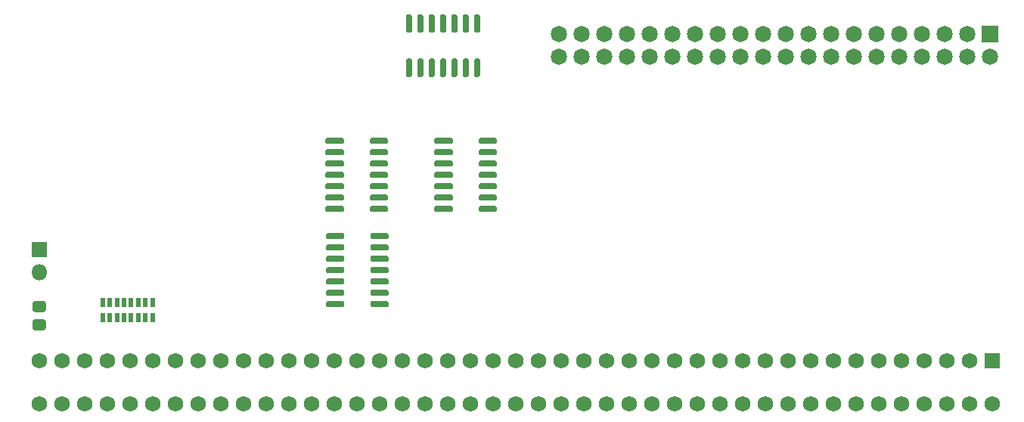
<source format=gbr>
%TF.GenerationSoftware,KiCad,Pcbnew,(5.1.6)-1*%
%TF.CreationDate,2022-03-09T09:08:40-05:00*%
%TF.ProjectId,a500hdd-remake,61353030-6864-4642-9d72-656d616b652e,rev?*%
%TF.SameCoordinates,Original*%
%TF.FileFunction,Soldermask,Top*%
%TF.FilePolarity,Negative*%
%FSLAX46Y46*%
G04 Gerber Fmt 4.6, Leading zero omitted, Abs format (unit mm)*
G04 Created by KiCad (PCBNEW (5.1.6)-1) date 2022-03-09 09:08:40*
%MOMM*%
%LPD*%
G01*
G04 APERTURE LIST*
%ADD10C,1.738300*%
%ADD11R,1.738300X1.738300*%
%ADD12R,1.825000X1.825000*%
%ADD13C,1.825000*%
%ADD14R,1.800000X1.800000*%
%ADD15O,1.800000X1.800000*%
%ADD16R,0.550000X1.000000*%
G04 APERTURE END LIST*
D10*
%TO.C,BUS1*%
X94255001Y-103386301D03*
X94255001Y-98534901D03*
X96795001Y-103386301D03*
X96795001Y-98534901D03*
X99335001Y-103386301D03*
X99335001Y-98534901D03*
X101875001Y-103386301D03*
X101875001Y-98534901D03*
X104415001Y-103386301D03*
X104415001Y-98534901D03*
X106955001Y-103386301D03*
X106955001Y-98534901D03*
X109495001Y-103386301D03*
X109495001Y-98534901D03*
X112035001Y-103386301D03*
X112035001Y-98534901D03*
X114575001Y-103386301D03*
X114575001Y-98534901D03*
X117115001Y-103386301D03*
X117115001Y-98534901D03*
X119655001Y-103386301D03*
X119655001Y-98534901D03*
X122195001Y-103386301D03*
X122195001Y-98534901D03*
X124735001Y-103386301D03*
X124735001Y-98534901D03*
X127275001Y-103386301D03*
X127275001Y-98534901D03*
X129815001Y-103386301D03*
X129815001Y-98534901D03*
X132355001Y-103386301D03*
X132355001Y-98534901D03*
X134895001Y-103386301D03*
X134895001Y-98534901D03*
X137435001Y-103386301D03*
X137435001Y-98534901D03*
X139975001Y-103386301D03*
X139975001Y-98534901D03*
X142515001Y-103386301D03*
X142515001Y-98534901D03*
X145055001Y-103386301D03*
X145055001Y-98534901D03*
X147595001Y-103386301D03*
X147595001Y-98534901D03*
X150135001Y-103386301D03*
X150135001Y-98534901D03*
X152675001Y-103386301D03*
X152675001Y-98534901D03*
X155215001Y-103386301D03*
X155215001Y-98534901D03*
X157755001Y-103386301D03*
X157755001Y-98534901D03*
X160295001Y-103386301D03*
X160295001Y-98534901D03*
X162835001Y-103386301D03*
X162835001Y-98534901D03*
X165375001Y-103386301D03*
X165375001Y-98534901D03*
X167915001Y-103386301D03*
X167915001Y-98534901D03*
X170455001Y-103386301D03*
X170455001Y-98534901D03*
X172995001Y-103386301D03*
X172995001Y-98534901D03*
X175535001Y-103386301D03*
X175535001Y-98534901D03*
X178075001Y-103386301D03*
X178075001Y-98534901D03*
X180615001Y-103386301D03*
X180615001Y-98534901D03*
X183155001Y-103386301D03*
X183155001Y-98534901D03*
X185695001Y-103386301D03*
X185695001Y-98534901D03*
X188235001Y-103386301D03*
X188235001Y-98534901D03*
X190775001Y-103386301D03*
X190775001Y-98534901D03*
X193315001Y-103386301D03*
X193315001Y-98534901D03*
X195855001Y-103386301D03*
X195855001Y-98534901D03*
X198395001Y-103386301D03*
X198395001Y-98534901D03*
X200935001Y-103386301D03*
D11*
X200935001Y-98534901D03*
%TD*%
D12*
%TO.C,J1*%
X200660000Y-61976000D03*
D13*
X200660000Y-64516000D03*
X198120000Y-61976000D03*
X198120000Y-64516000D03*
X195580000Y-61976000D03*
X195580000Y-64516000D03*
X193040000Y-61976000D03*
X193040000Y-64516000D03*
X190500000Y-61976000D03*
X190500000Y-64516000D03*
X187960000Y-61976000D03*
X187960000Y-64516000D03*
X185420000Y-61976000D03*
X185420000Y-64516000D03*
X182880000Y-61976000D03*
X182880000Y-64516000D03*
X180340000Y-61976000D03*
X180340000Y-64516000D03*
X177800000Y-61976000D03*
X177800000Y-64516000D03*
X175260000Y-61976000D03*
X175260000Y-64516000D03*
X172720000Y-61976000D03*
X172720000Y-64516000D03*
X170180000Y-61976000D03*
X170180000Y-64516000D03*
X167640000Y-61976000D03*
X167640000Y-64516000D03*
X165100000Y-61976000D03*
X165100000Y-64516000D03*
X162560000Y-61976000D03*
X162560000Y-64516000D03*
X160020000Y-61976000D03*
X160020000Y-64516000D03*
X157480000Y-61976000D03*
X157480000Y-64516000D03*
X154940000Y-61976000D03*
X154940000Y-64516000D03*
X152400000Y-61976000D03*
X152400000Y-64516000D03*
%TD*%
D14*
%TO.C,J2*%
X94234000Y-86106000D03*
D15*
X94234000Y-88646000D03*
%TD*%
%TO.C,R17*%
G36*
G01*
X93755738Y-91822000D02*
X94712262Y-91822000D01*
G75*
G02*
X94984000Y-92093738I0J-271738D01*
G01*
X94984000Y-92800262D01*
G75*
G02*
X94712262Y-93072000I-271738J0D01*
G01*
X93755738Y-93072000D01*
G75*
G02*
X93484000Y-92800262I0J271738D01*
G01*
X93484000Y-92093738D01*
G75*
G02*
X93755738Y-91822000I271738J0D01*
G01*
G37*
G36*
G01*
X93755738Y-93872000D02*
X94712262Y-93872000D01*
G75*
G02*
X94984000Y-94143738I0J-271738D01*
G01*
X94984000Y-94850262D01*
G75*
G02*
X94712262Y-95122000I-271738J0D01*
G01*
X93755738Y-95122000D01*
G75*
G02*
X93484000Y-94850262I0J271738D01*
G01*
X93484000Y-94143738D01*
G75*
G02*
X93755738Y-93872000I271738J0D01*
G01*
G37*
%TD*%
D16*
%TO.C,RN2*%
X101334000Y-92026000D03*
X102134000Y-92026000D03*
X102934000Y-92026000D03*
X103734000Y-92026000D03*
X104534000Y-92026000D03*
X105334000Y-92026000D03*
X106134000Y-92026000D03*
X106934000Y-92026000D03*
X106934000Y-93726000D03*
X106134000Y-93726000D03*
X105334000Y-93726000D03*
X104534000Y-93726000D03*
X103734000Y-93726000D03*
X102934000Y-93726000D03*
X102134000Y-93726000D03*
X101334000Y-93726000D03*
%TD*%
%TO.C,U1*%
G36*
G01*
X138486000Y-74089000D02*
X138486000Y-73739000D01*
G75*
G02*
X138661000Y-73564000I175000J0D01*
G01*
X140361000Y-73564000D01*
G75*
G02*
X140536000Y-73739000I0J-175000D01*
G01*
X140536000Y-74089000D01*
G75*
G02*
X140361000Y-74264000I-175000J0D01*
G01*
X138661000Y-74264000D01*
G75*
G02*
X138486000Y-74089000I0J175000D01*
G01*
G37*
G36*
G01*
X138486000Y-75359000D02*
X138486000Y-75009000D01*
G75*
G02*
X138661000Y-74834000I175000J0D01*
G01*
X140361000Y-74834000D01*
G75*
G02*
X140536000Y-75009000I0J-175000D01*
G01*
X140536000Y-75359000D01*
G75*
G02*
X140361000Y-75534000I-175000J0D01*
G01*
X138661000Y-75534000D01*
G75*
G02*
X138486000Y-75359000I0J175000D01*
G01*
G37*
G36*
G01*
X138486000Y-76629000D02*
X138486000Y-76279000D01*
G75*
G02*
X138661000Y-76104000I175000J0D01*
G01*
X140361000Y-76104000D01*
G75*
G02*
X140536000Y-76279000I0J-175000D01*
G01*
X140536000Y-76629000D01*
G75*
G02*
X140361000Y-76804000I-175000J0D01*
G01*
X138661000Y-76804000D01*
G75*
G02*
X138486000Y-76629000I0J175000D01*
G01*
G37*
G36*
G01*
X138486000Y-77899000D02*
X138486000Y-77549000D01*
G75*
G02*
X138661000Y-77374000I175000J0D01*
G01*
X140361000Y-77374000D01*
G75*
G02*
X140536000Y-77549000I0J-175000D01*
G01*
X140536000Y-77899000D01*
G75*
G02*
X140361000Y-78074000I-175000J0D01*
G01*
X138661000Y-78074000D01*
G75*
G02*
X138486000Y-77899000I0J175000D01*
G01*
G37*
G36*
G01*
X138486000Y-79169000D02*
X138486000Y-78819000D01*
G75*
G02*
X138661000Y-78644000I175000J0D01*
G01*
X140361000Y-78644000D01*
G75*
G02*
X140536000Y-78819000I0J-175000D01*
G01*
X140536000Y-79169000D01*
G75*
G02*
X140361000Y-79344000I-175000J0D01*
G01*
X138661000Y-79344000D01*
G75*
G02*
X138486000Y-79169000I0J175000D01*
G01*
G37*
G36*
G01*
X138486000Y-80439000D02*
X138486000Y-80089000D01*
G75*
G02*
X138661000Y-79914000I175000J0D01*
G01*
X140361000Y-79914000D01*
G75*
G02*
X140536000Y-80089000I0J-175000D01*
G01*
X140536000Y-80439000D01*
G75*
G02*
X140361000Y-80614000I-175000J0D01*
G01*
X138661000Y-80614000D01*
G75*
G02*
X138486000Y-80439000I0J175000D01*
G01*
G37*
G36*
G01*
X138486000Y-81709000D02*
X138486000Y-81359000D01*
G75*
G02*
X138661000Y-81184000I175000J0D01*
G01*
X140361000Y-81184000D01*
G75*
G02*
X140536000Y-81359000I0J-175000D01*
G01*
X140536000Y-81709000D01*
G75*
G02*
X140361000Y-81884000I-175000J0D01*
G01*
X138661000Y-81884000D01*
G75*
G02*
X138486000Y-81709000I0J175000D01*
G01*
G37*
G36*
G01*
X143436000Y-81709000D02*
X143436000Y-81359000D01*
G75*
G02*
X143611000Y-81184000I175000J0D01*
G01*
X145311000Y-81184000D01*
G75*
G02*
X145486000Y-81359000I0J-175000D01*
G01*
X145486000Y-81709000D01*
G75*
G02*
X145311000Y-81884000I-175000J0D01*
G01*
X143611000Y-81884000D01*
G75*
G02*
X143436000Y-81709000I0J175000D01*
G01*
G37*
G36*
G01*
X143436000Y-80439000D02*
X143436000Y-80089000D01*
G75*
G02*
X143611000Y-79914000I175000J0D01*
G01*
X145311000Y-79914000D01*
G75*
G02*
X145486000Y-80089000I0J-175000D01*
G01*
X145486000Y-80439000D01*
G75*
G02*
X145311000Y-80614000I-175000J0D01*
G01*
X143611000Y-80614000D01*
G75*
G02*
X143436000Y-80439000I0J175000D01*
G01*
G37*
G36*
G01*
X143436000Y-79169000D02*
X143436000Y-78819000D01*
G75*
G02*
X143611000Y-78644000I175000J0D01*
G01*
X145311000Y-78644000D01*
G75*
G02*
X145486000Y-78819000I0J-175000D01*
G01*
X145486000Y-79169000D01*
G75*
G02*
X145311000Y-79344000I-175000J0D01*
G01*
X143611000Y-79344000D01*
G75*
G02*
X143436000Y-79169000I0J175000D01*
G01*
G37*
G36*
G01*
X143436000Y-77899000D02*
X143436000Y-77549000D01*
G75*
G02*
X143611000Y-77374000I175000J0D01*
G01*
X145311000Y-77374000D01*
G75*
G02*
X145486000Y-77549000I0J-175000D01*
G01*
X145486000Y-77899000D01*
G75*
G02*
X145311000Y-78074000I-175000J0D01*
G01*
X143611000Y-78074000D01*
G75*
G02*
X143436000Y-77899000I0J175000D01*
G01*
G37*
G36*
G01*
X143436000Y-76629000D02*
X143436000Y-76279000D01*
G75*
G02*
X143611000Y-76104000I175000J0D01*
G01*
X145311000Y-76104000D01*
G75*
G02*
X145486000Y-76279000I0J-175000D01*
G01*
X145486000Y-76629000D01*
G75*
G02*
X145311000Y-76804000I-175000J0D01*
G01*
X143611000Y-76804000D01*
G75*
G02*
X143436000Y-76629000I0J175000D01*
G01*
G37*
G36*
G01*
X143436000Y-75359000D02*
X143436000Y-75009000D01*
G75*
G02*
X143611000Y-74834000I175000J0D01*
G01*
X145311000Y-74834000D01*
G75*
G02*
X145486000Y-75009000I0J-175000D01*
G01*
X145486000Y-75359000D01*
G75*
G02*
X145311000Y-75534000I-175000J0D01*
G01*
X143611000Y-75534000D01*
G75*
G02*
X143436000Y-75359000I0J175000D01*
G01*
G37*
G36*
G01*
X143436000Y-74089000D02*
X143436000Y-73739000D01*
G75*
G02*
X143611000Y-73564000I175000J0D01*
G01*
X145311000Y-73564000D01*
G75*
G02*
X145486000Y-73739000I0J-175000D01*
G01*
X145486000Y-74089000D01*
G75*
G02*
X145311000Y-74264000I-175000J0D01*
G01*
X143611000Y-74264000D01*
G75*
G02*
X143436000Y-74089000I0J175000D01*
G01*
G37*
%TD*%
%TO.C,U2*%
G36*
G01*
X131309000Y-84757000D02*
X131309000Y-84407000D01*
G75*
G02*
X131484000Y-84232000I175000J0D01*
G01*
X133184000Y-84232000D01*
G75*
G02*
X133359000Y-84407000I0J-175000D01*
G01*
X133359000Y-84757000D01*
G75*
G02*
X133184000Y-84932000I-175000J0D01*
G01*
X131484000Y-84932000D01*
G75*
G02*
X131309000Y-84757000I0J175000D01*
G01*
G37*
G36*
G01*
X131309000Y-86027000D02*
X131309000Y-85677000D01*
G75*
G02*
X131484000Y-85502000I175000J0D01*
G01*
X133184000Y-85502000D01*
G75*
G02*
X133359000Y-85677000I0J-175000D01*
G01*
X133359000Y-86027000D01*
G75*
G02*
X133184000Y-86202000I-175000J0D01*
G01*
X131484000Y-86202000D01*
G75*
G02*
X131309000Y-86027000I0J175000D01*
G01*
G37*
G36*
G01*
X131309000Y-87297000D02*
X131309000Y-86947000D01*
G75*
G02*
X131484000Y-86772000I175000J0D01*
G01*
X133184000Y-86772000D01*
G75*
G02*
X133359000Y-86947000I0J-175000D01*
G01*
X133359000Y-87297000D01*
G75*
G02*
X133184000Y-87472000I-175000J0D01*
G01*
X131484000Y-87472000D01*
G75*
G02*
X131309000Y-87297000I0J175000D01*
G01*
G37*
G36*
G01*
X131309000Y-88567000D02*
X131309000Y-88217000D01*
G75*
G02*
X131484000Y-88042000I175000J0D01*
G01*
X133184000Y-88042000D01*
G75*
G02*
X133359000Y-88217000I0J-175000D01*
G01*
X133359000Y-88567000D01*
G75*
G02*
X133184000Y-88742000I-175000J0D01*
G01*
X131484000Y-88742000D01*
G75*
G02*
X131309000Y-88567000I0J175000D01*
G01*
G37*
G36*
G01*
X131309000Y-89837000D02*
X131309000Y-89487000D01*
G75*
G02*
X131484000Y-89312000I175000J0D01*
G01*
X133184000Y-89312000D01*
G75*
G02*
X133359000Y-89487000I0J-175000D01*
G01*
X133359000Y-89837000D01*
G75*
G02*
X133184000Y-90012000I-175000J0D01*
G01*
X131484000Y-90012000D01*
G75*
G02*
X131309000Y-89837000I0J175000D01*
G01*
G37*
G36*
G01*
X131309000Y-91107000D02*
X131309000Y-90757000D01*
G75*
G02*
X131484000Y-90582000I175000J0D01*
G01*
X133184000Y-90582000D01*
G75*
G02*
X133359000Y-90757000I0J-175000D01*
G01*
X133359000Y-91107000D01*
G75*
G02*
X133184000Y-91282000I-175000J0D01*
G01*
X131484000Y-91282000D01*
G75*
G02*
X131309000Y-91107000I0J175000D01*
G01*
G37*
G36*
G01*
X131309000Y-92377000D02*
X131309000Y-92027000D01*
G75*
G02*
X131484000Y-91852000I175000J0D01*
G01*
X133184000Y-91852000D01*
G75*
G02*
X133359000Y-92027000I0J-175000D01*
G01*
X133359000Y-92377000D01*
G75*
G02*
X133184000Y-92552000I-175000J0D01*
G01*
X131484000Y-92552000D01*
G75*
G02*
X131309000Y-92377000I0J175000D01*
G01*
G37*
G36*
G01*
X126359000Y-92377000D02*
X126359000Y-92027000D01*
G75*
G02*
X126534000Y-91852000I175000J0D01*
G01*
X128234000Y-91852000D01*
G75*
G02*
X128409000Y-92027000I0J-175000D01*
G01*
X128409000Y-92377000D01*
G75*
G02*
X128234000Y-92552000I-175000J0D01*
G01*
X126534000Y-92552000D01*
G75*
G02*
X126359000Y-92377000I0J175000D01*
G01*
G37*
G36*
G01*
X126359000Y-91107000D02*
X126359000Y-90757000D01*
G75*
G02*
X126534000Y-90582000I175000J0D01*
G01*
X128234000Y-90582000D01*
G75*
G02*
X128409000Y-90757000I0J-175000D01*
G01*
X128409000Y-91107000D01*
G75*
G02*
X128234000Y-91282000I-175000J0D01*
G01*
X126534000Y-91282000D01*
G75*
G02*
X126359000Y-91107000I0J175000D01*
G01*
G37*
G36*
G01*
X126359000Y-89837000D02*
X126359000Y-89487000D01*
G75*
G02*
X126534000Y-89312000I175000J0D01*
G01*
X128234000Y-89312000D01*
G75*
G02*
X128409000Y-89487000I0J-175000D01*
G01*
X128409000Y-89837000D01*
G75*
G02*
X128234000Y-90012000I-175000J0D01*
G01*
X126534000Y-90012000D01*
G75*
G02*
X126359000Y-89837000I0J175000D01*
G01*
G37*
G36*
G01*
X126359000Y-88567000D02*
X126359000Y-88217000D01*
G75*
G02*
X126534000Y-88042000I175000J0D01*
G01*
X128234000Y-88042000D01*
G75*
G02*
X128409000Y-88217000I0J-175000D01*
G01*
X128409000Y-88567000D01*
G75*
G02*
X128234000Y-88742000I-175000J0D01*
G01*
X126534000Y-88742000D01*
G75*
G02*
X126359000Y-88567000I0J175000D01*
G01*
G37*
G36*
G01*
X126359000Y-87297000D02*
X126359000Y-86947000D01*
G75*
G02*
X126534000Y-86772000I175000J0D01*
G01*
X128234000Y-86772000D01*
G75*
G02*
X128409000Y-86947000I0J-175000D01*
G01*
X128409000Y-87297000D01*
G75*
G02*
X128234000Y-87472000I-175000J0D01*
G01*
X126534000Y-87472000D01*
G75*
G02*
X126359000Y-87297000I0J175000D01*
G01*
G37*
G36*
G01*
X126359000Y-86027000D02*
X126359000Y-85677000D01*
G75*
G02*
X126534000Y-85502000I175000J0D01*
G01*
X128234000Y-85502000D01*
G75*
G02*
X128409000Y-85677000I0J-175000D01*
G01*
X128409000Y-86027000D01*
G75*
G02*
X128234000Y-86202000I-175000J0D01*
G01*
X126534000Y-86202000D01*
G75*
G02*
X126359000Y-86027000I0J175000D01*
G01*
G37*
G36*
G01*
X126359000Y-84757000D02*
X126359000Y-84407000D01*
G75*
G02*
X126534000Y-84232000I175000J0D01*
G01*
X128234000Y-84232000D01*
G75*
G02*
X128409000Y-84407000I0J-175000D01*
G01*
X128409000Y-84757000D01*
G75*
G02*
X128234000Y-84932000I-175000J0D01*
G01*
X126534000Y-84932000D01*
G75*
G02*
X126359000Y-84757000I0J175000D01*
G01*
G37*
%TD*%
%TO.C,U3*%
G36*
G01*
X126294000Y-74089000D02*
X126294000Y-73739000D01*
G75*
G02*
X126469000Y-73564000I175000J0D01*
G01*
X128169000Y-73564000D01*
G75*
G02*
X128344000Y-73739000I0J-175000D01*
G01*
X128344000Y-74089000D01*
G75*
G02*
X128169000Y-74264000I-175000J0D01*
G01*
X126469000Y-74264000D01*
G75*
G02*
X126294000Y-74089000I0J175000D01*
G01*
G37*
G36*
G01*
X126294000Y-75359000D02*
X126294000Y-75009000D01*
G75*
G02*
X126469000Y-74834000I175000J0D01*
G01*
X128169000Y-74834000D01*
G75*
G02*
X128344000Y-75009000I0J-175000D01*
G01*
X128344000Y-75359000D01*
G75*
G02*
X128169000Y-75534000I-175000J0D01*
G01*
X126469000Y-75534000D01*
G75*
G02*
X126294000Y-75359000I0J175000D01*
G01*
G37*
G36*
G01*
X126294000Y-76629000D02*
X126294000Y-76279000D01*
G75*
G02*
X126469000Y-76104000I175000J0D01*
G01*
X128169000Y-76104000D01*
G75*
G02*
X128344000Y-76279000I0J-175000D01*
G01*
X128344000Y-76629000D01*
G75*
G02*
X128169000Y-76804000I-175000J0D01*
G01*
X126469000Y-76804000D01*
G75*
G02*
X126294000Y-76629000I0J175000D01*
G01*
G37*
G36*
G01*
X126294000Y-77899000D02*
X126294000Y-77549000D01*
G75*
G02*
X126469000Y-77374000I175000J0D01*
G01*
X128169000Y-77374000D01*
G75*
G02*
X128344000Y-77549000I0J-175000D01*
G01*
X128344000Y-77899000D01*
G75*
G02*
X128169000Y-78074000I-175000J0D01*
G01*
X126469000Y-78074000D01*
G75*
G02*
X126294000Y-77899000I0J175000D01*
G01*
G37*
G36*
G01*
X126294000Y-79169000D02*
X126294000Y-78819000D01*
G75*
G02*
X126469000Y-78644000I175000J0D01*
G01*
X128169000Y-78644000D01*
G75*
G02*
X128344000Y-78819000I0J-175000D01*
G01*
X128344000Y-79169000D01*
G75*
G02*
X128169000Y-79344000I-175000J0D01*
G01*
X126469000Y-79344000D01*
G75*
G02*
X126294000Y-79169000I0J175000D01*
G01*
G37*
G36*
G01*
X126294000Y-80439000D02*
X126294000Y-80089000D01*
G75*
G02*
X126469000Y-79914000I175000J0D01*
G01*
X128169000Y-79914000D01*
G75*
G02*
X128344000Y-80089000I0J-175000D01*
G01*
X128344000Y-80439000D01*
G75*
G02*
X128169000Y-80614000I-175000J0D01*
G01*
X126469000Y-80614000D01*
G75*
G02*
X126294000Y-80439000I0J175000D01*
G01*
G37*
G36*
G01*
X126294000Y-81709000D02*
X126294000Y-81359000D01*
G75*
G02*
X126469000Y-81184000I175000J0D01*
G01*
X128169000Y-81184000D01*
G75*
G02*
X128344000Y-81359000I0J-175000D01*
G01*
X128344000Y-81709000D01*
G75*
G02*
X128169000Y-81884000I-175000J0D01*
G01*
X126469000Y-81884000D01*
G75*
G02*
X126294000Y-81709000I0J175000D01*
G01*
G37*
G36*
G01*
X131244000Y-81709000D02*
X131244000Y-81359000D01*
G75*
G02*
X131419000Y-81184000I175000J0D01*
G01*
X133119000Y-81184000D01*
G75*
G02*
X133294000Y-81359000I0J-175000D01*
G01*
X133294000Y-81709000D01*
G75*
G02*
X133119000Y-81884000I-175000J0D01*
G01*
X131419000Y-81884000D01*
G75*
G02*
X131244000Y-81709000I0J175000D01*
G01*
G37*
G36*
G01*
X131244000Y-80439000D02*
X131244000Y-80089000D01*
G75*
G02*
X131419000Y-79914000I175000J0D01*
G01*
X133119000Y-79914000D01*
G75*
G02*
X133294000Y-80089000I0J-175000D01*
G01*
X133294000Y-80439000D01*
G75*
G02*
X133119000Y-80614000I-175000J0D01*
G01*
X131419000Y-80614000D01*
G75*
G02*
X131244000Y-80439000I0J175000D01*
G01*
G37*
G36*
G01*
X131244000Y-79169000D02*
X131244000Y-78819000D01*
G75*
G02*
X131419000Y-78644000I175000J0D01*
G01*
X133119000Y-78644000D01*
G75*
G02*
X133294000Y-78819000I0J-175000D01*
G01*
X133294000Y-79169000D01*
G75*
G02*
X133119000Y-79344000I-175000J0D01*
G01*
X131419000Y-79344000D01*
G75*
G02*
X131244000Y-79169000I0J175000D01*
G01*
G37*
G36*
G01*
X131244000Y-77899000D02*
X131244000Y-77549000D01*
G75*
G02*
X131419000Y-77374000I175000J0D01*
G01*
X133119000Y-77374000D01*
G75*
G02*
X133294000Y-77549000I0J-175000D01*
G01*
X133294000Y-77899000D01*
G75*
G02*
X133119000Y-78074000I-175000J0D01*
G01*
X131419000Y-78074000D01*
G75*
G02*
X131244000Y-77899000I0J175000D01*
G01*
G37*
G36*
G01*
X131244000Y-76629000D02*
X131244000Y-76279000D01*
G75*
G02*
X131419000Y-76104000I175000J0D01*
G01*
X133119000Y-76104000D01*
G75*
G02*
X133294000Y-76279000I0J-175000D01*
G01*
X133294000Y-76629000D01*
G75*
G02*
X133119000Y-76804000I-175000J0D01*
G01*
X131419000Y-76804000D01*
G75*
G02*
X131244000Y-76629000I0J175000D01*
G01*
G37*
G36*
G01*
X131244000Y-75359000D02*
X131244000Y-75009000D01*
G75*
G02*
X131419000Y-74834000I175000J0D01*
G01*
X133119000Y-74834000D01*
G75*
G02*
X133294000Y-75009000I0J-175000D01*
G01*
X133294000Y-75359000D01*
G75*
G02*
X133119000Y-75534000I-175000J0D01*
G01*
X131419000Y-75534000D01*
G75*
G02*
X131244000Y-75359000I0J175000D01*
G01*
G37*
G36*
G01*
X131244000Y-74089000D02*
X131244000Y-73739000D01*
G75*
G02*
X131419000Y-73564000I175000J0D01*
G01*
X133119000Y-73564000D01*
G75*
G02*
X133294000Y-73739000I0J-175000D01*
G01*
X133294000Y-74089000D01*
G75*
G02*
X133119000Y-74264000I-175000J0D01*
G01*
X131419000Y-74264000D01*
G75*
G02*
X131244000Y-74089000I0J175000D01*
G01*
G37*
%TD*%
%TO.C,U4*%
G36*
G01*
X143081000Y-64696000D02*
X143431000Y-64696000D01*
G75*
G02*
X143606000Y-64871000I0J-175000D01*
G01*
X143606000Y-66571000D01*
G75*
G02*
X143431000Y-66746000I-175000J0D01*
G01*
X143081000Y-66746000D01*
G75*
G02*
X142906000Y-66571000I0J175000D01*
G01*
X142906000Y-64871000D01*
G75*
G02*
X143081000Y-64696000I175000J0D01*
G01*
G37*
G36*
G01*
X141811000Y-64696000D02*
X142161000Y-64696000D01*
G75*
G02*
X142336000Y-64871000I0J-175000D01*
G01*
X142336000Y-66571000D01*
G75*
G02*
X142161000Y-66746000I-175000J0D01*
G01*
X141811000Y-66746000D01*
G75*
G02*
X141636000Y-66571000I0J175000D01*
G01*
X141636000Y-64871000D01*
G75*
G02*
X141811000Y-64696000I175000J0D01*
G01*
G37*
G36*
G01*
X140541000Y-64696000D02*
X140891000Y-64696000D01*
G75*
G02*
X141066000Y-64871000I0J-175000D01*
G01*
X141066000Y-66571000D01*
G75*
G02*
X140891000Y-66746000I-175000J0D01*
G01*
X140541000Y-66746000D01*
G75*
G02*
X140366000Y-66571000I0J175000D01*
G01*
X140366000Y-64871000D01*
G75*
G02*
X140541000Y-64696000I175000J0D01*
G01*
G37*
G36*
G01*
X139271000Y-64696000D02*
X139621000Y-64696000D01*
G75*
G02*
X139796000Y-64871000I0J-175000D01*
G01*
X139796000Y-66571000D01*
G75*
G02*
X139621000Y-66746000I-175000J0D01*
G01*
X139271000Y-66746000D01*
G75*
G02*
X139096000Y-66571000I0J175000D01*
G01*
X139096000Y-64871000D01*
G75*
G02*
X139271000Y-64696000I175000J0D01*
G01*
G37*
G36*
G01*
X138001000Y-64696000D02*
X138351000Y-64696000D01*
G75*
G02*
X138526000Y-64871000I0J-175000D01*
G01*
X138526000Y-66571000D01*
G75*
G02*
X138351000Y-66746000I-175000J0D01*
G01*
X138001000Y-66746000D01*
G75*
G02*
X137826000Y-66571000I0J175000D01*
G01*
X137826000Y-64871000D01*
G75*
G02*
X138001000Y-64696000I175000J0D01*
G01*
G37*
G36*
G01*
X136731000Y-64696000D02*
X137081000Y-64696000D01*
G75*
G02*
X137256000Y-64871000I0J-175000D01*
G01*
X137256000Y-66571000D01*
G75*
G02*
X137081000Y-66746000I-175000J0D01*
G01*
X136731000Y-66746000D01*
G75*
G02*
X136556000Y-66571000I0J175000D01*
G01*
X136556000Y-64871000D01*
G75*
G02*
X136731000Y-64696000I175000J0D01*
G01*
G37*
G36*
G01*
X135461000Y-64696000D02*
X135811000Y-64696000D01*
G75*
G02*
X135986000Y-64871000I0J-175000D01*
G01*
X135986000Y-66571000D01*
G75*
G02*
X135811000Y-66746000I-175000J0D01*
G01*
X135461000Y-66746000D01*
G75*
G02*
X135286000Y-66571000I0J175000D01*
G01*
X135286000Y-64871000D01*
G75*
G02*
X135461000Y-64696000I175000J0D01*
G01*
G37*
G36*
G01*
X135461000Y-59746000D02*
X135811000Y-59746000D01*
G75*
G02*
X135986000Y-59921000I0J-175000D01*
G01*
X135986000Y-61621000D01*
G75*
G02*
X135811000Y-61796000I-175000J0D01*
G01*
X135461000Y-61796000D01*
G75*
G02*
X135286000Y-61621000I0J175000D01*
G01*
X135286000Y-59921000D01*
G75*
G02*
X135461000Y-59746000I175000J0D01*
G01*
G37*
G36*
G01*
X136731000Y-59746000D02*
X137081000Y-59746000D01*
G75*
G02*
X137256000Y-59921000I0J-175000D01*
G01*
X137256000Y-61621000D01*
G75*
G02*
X137081000Y-61796000I-175000J0D01*
G01*
X136731000Y-61796000D01*
G75*
G02*
X136556000Y-61621000I0J175000D01*
G01*
X136556000Y-59921000D01*
G75*
G02*
X136731000Y-59746000I175000J0D01*
G01*
G37*
G36*
G01*
X138001000Y-59746000D02*
X138351000Y-59746000D01*
G75*
G02*
X138526000Y-59921000I0J-175000D01*
G01*
X138526000Y-61621000D01*
G75*
G02*
X138351000Y-61796000I-175000J0D01*
G01*
X138001000Y-61796000D01*
G75*
G02*
X137826000Y-61621000I0J175000D01*
G01*
X137826000Y-59921000D01*
G75*
G02*
X138001000Y-59746000I175000J0D01*
G01*
G37*
G36*
G01*
X139271000Y-59746000D02*
X139621000Y-59746000D01*
G75*
G02*
X139796000Y-59921000I0J-175000D01*
G01*
X139796000Y-61621000D01*
G75*
G02*
X139621000Y-61796000I-175000J0D01*
G01*
X139271000Y-61796000D01*
G75*
G02*
X139096000Y-61621000I0J175000D01*
G01*
X139096000Y-59921000D01*
G75*
G02*
X139271000Y-59746000I175000J0D01*
G01*
G37*
G36*
G01*
X140541000Y-59746000D02*
X140891000Y-59746000D01*
G75*
G02*
X141066000Y-59921000I0J-175000D01*
G01*
X141066000Y-61621000D01*
G75*
G02*
X140891000Y-61796000I-175000J0D01*
G01*
X140541000Y-61796000D01*
G75*
G02*
X140366000Y-61621000I0J175000D01*
G01*
X140366000Y-59921000D01*
G75*
G02*
X140541000Y-59746000I175000J0D01*
G01*
G37*
G36*
G01*
X141811000Y-59746000D02*
X142161000Y-59746000D01*
G75*
G02*
X142336000Y-59921000I0J-175000D01*
G01*
X142336000Y-61621000D01*
G75*
G02*
X142161000Y-61796000I-175000J0D01*
G01*
X141811000Y-61796000D01*
G75*
G02*
X141636000Y-61621000I0J175000D01*
G01*
X141636000Y-59921000D01*
G75*
G02*
X141811000Y-59746000I175000J0D01*
G01*
G37*
G36*
G01*
X143081000Y-59746000D02*
X143431000Y-59746000D01*
G75*
G02*
X143606000Y-59921000I0J-175000D01*
G01*
X143606000Y-61621000D01*
G75*
G02*
X143431000Y-61796000I-175000J0D01*
G01*
X143081000Y-61796000D01*
G75*
G02*
X142906000Y-61621000I0J175000D01*
G01*
X142906000Y-59921000D01*
G75*
G02*
X143081000Y-59746000I175000J0D01*
G01*
G37*
%TD*%
M02*

</source>
